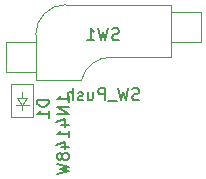
<source format=gbr>
%TF.GenerationSoftware,KiCad,Pcbnew,9.0.5*%
%TF.CreationDate,2025-10-09T16:36:40+08:00*%
%TF.ProjectId,snowshoe-mx,736e6f77-7368-46f6-952d-6d782e6b6963,rev?*%
%TF.SameCoordinates,Original*%
%TF.FileFunction,AssemblyDrawing,Bot*%
%FSLAX46Y46*%
G04 Gerber Fmt 4.6, Leading zero omitted, Abs format (unit mm)*
G04 Created by KiCad (PCBNEW 9.0.5) date 2025-10-09 16:36:40*
%MOMM*%
%LPD*%
G01*
G04 APERTURE LIST*
%ADD10C,0.150000*%
%ADD11C,0.120000*%
%ADD12C,0.100000*%
G04 APERTURE END LIST*
D10*
X105698332Y-60962200D02*
X105555475Y-61009819D01*
X105555475Y-61009819D02*
X105317380Y-61009819D01*
X105317380Y-61009819D02*
X105222142Y-60962200D01*
X105222142Y-60962200D02*
X105174523Y-60914580D01*
X105174523Y-60914580D02*
X105126904Y-60819342D01*
X105126904Y-60819342D02*
X105126904Y-60724104D01*
X105126904Y-60724104D02*
X105174523Y-60628866D01*
X105174523Y-60628866D02*
X105222142Y-60581247D01*
X105222142Y-60581247D02*
X105317380Y-60533628D01*
X105317380Y-60533628D02*
X105507856Y-60486009D01*
X105507856Y-60486009D02*
X105603094Y-60438390D01*
X105603094Y-60438390D02*
X105650713Y-60390771D01*
X105650713Y-60390771D02*
X105698332Y-60295533D01*
X105698332Y-60295533D02*
X105698332Y-60200295D01*
X105698332Y-60200295D02*
X105650713Y-60105057D01*
X105650713Y-60105057D02*
X105603094Y-60057438D01*
X105603094Y-60057438D02*
X105507856Y-60009819D01*
X105507856Y-60009819D02*
X105269761Y-60009819D01*
X105269761Y-60009819D02*
X105126904Y-60057438D01*
X104793570Y-60009819D02*
X104555475Y-61009819D01*
X104555475Y-61009819D02*
X104364999Y-60295533D01*
X104364999Y-60295533D02*
X104174523Y-61009819D01*
X104174523Y-61009819D02*
X103936428Y-60009819D01*
X103031666Y-61009819D02*
X103603094Y-61009819D01*
X103317380Y-61009819D02*
X103317380Y-60009819D01*
X103317380Y-60009819D02*
X103412618Y-60152676D01*
X103412618Y-60152676D02*
X103507856Y-60247914D01*
X103507856Y-60247914D02*
X103603094Y-60295533D01*
X107412618Y-66042200D02*
X107269761Y-66089819D01*
X107269761Y-66089819D02*
X107031666Y-66089819D01*
X107031666Y-66089819D02*
X106936428Y-66042200D01*
X106936428Y-66042200D02*
X106888809Y-65994580D01*
X106888809Y-65994580D02*
X106841190Y-65899342D01*
X106841190Y-65899342D02*
X106841190Y-65804104D01*
X106841190Y-65804104D02*
X106888809Y-65708866D01*
X106888809Y-65708866D02*
X106936428Y-65661247D01*
X106936428Y-65661247D02*
X107031666Y-65613628D01*
X107031666Y-65613628D02*
X107222142Y-65566009D01*
X107222142Y-65566009D02*
X107317380Y-65518390D01*
X107317380Y-65518390D02*
X107364999Y-65470771D01*
X107364999Y-65470771D02*
X107412618Y-65375533D01*
X107412618Y-65375533D02*
X107412618Y-65280295D01*
X107412618Y-65280295D02*
X107364999Y-65185057D01*
X107364999Y-65185057D02*
X107317380Y-65137438D01*
X107317380Y-65137438D02*
X107222142Y-65089819D01*
X107222142Y-65089819D02*
X106984047Y-65089819D01*
X106984047Y-65089819D02*
X106841190Y-65137438D01*
X106507856Y-65089819D02*
X106269761Y-66089819D01*
X106269761Y-66089819D02*
X106079285Y-65375533D01*
X106079285Y-65375533D02*
X105888809Y-66089819D01*
X105888809Y-66089819D02*
X105650714Y-65089819D01*
X105507857Y-66185057D02*
X104745952Y-66185057D01*
X104507856Y-66089819D02*
X104507856Y-65089819D01*
X104507856Y-65089819D02*
X104126904Y-65089819D01*
X104126904Y-65089819D02*
X104031666Y-65137438D01*
X104031666Y-65137438D02*
X103984047Y-65185057D01*
X103984047Y-65185057D02*
X103936428Y-65280295D01*
X103936428Y-65280295D02*
X103936428Y-65423152D01*
X103936428Y-65423152D02*
X103984047Y-65518390D01*
X103984047Y-65518390D02*
X104031666Y-65566009D01*
X104031666Y-65566009D02*
X104126904Y-65613628D01*
X104126904Y-65613628D02*
X104507856Y-65613628D01*
X103079285Y-65423152D02*
X103079285Y-66089819D01*
X103507856Y-65423152D02*
X103507856Y-65946961D01*
X103507856Y-65946961D02*
X103460237Y-66042200D01*
X103460237Y-66042200D02*
X103364999Y-66089819D01*
X103364999Y-66089819D02*
X103222142Y-66089819D01*
X103222142Y-66089819D02*
X103126904Y-66042200D01*
X103126904Y-66042200D02*
X103079285Y-65994580D01*
X102650713Y-66042200D02*
X102555475Y-66089819D01*
X102555475Y-66089819D02*
X102364999Y-66089819D01*
X102364999Y-66089819D02*
X102269761Y-66042200D01*
X102269761Y-66042200D02*
X102222142Y-65946961D01*
X102222142Y-65946961D02*
X102222142Y-65899342D01*
X102222142Y-65899342D02*
X102269761Y-65804104D01*
X102269761Y-65804104D02*
X102364999Y-65756485D01*
X102364999Y-65756485D02*
X102507856Y-65756485D01*
X102507856Y-65756485D02*
X102603094Y-65708866D01*
X102603094Y-65708866D02*
X102650713Y-65613628D01*
X102650713Y-65613628D02*
X102650713Y-65566009D01*
X102650713Y-65566009D02*
X102603094Y-65470771D01*
X102603094Y-65470771D02*
X102507856Y-65423152D01*
X102507856Y-65423152D02*
X102364999Y-65423152D01*
X102364999Y-65423152D02*
X102269761Y-65470771D01*
X101793570Y-66089819D02*
X101793570Y-65089819D01*
X101364999Y-66089819D02*
X101364999Y-65566009D01*
X101364999Y-65566009D02*
X101412618Y-65470771D01*
X101412618Y-65470771D02*
X101507856Y-65423152D01*
X101507856Y-65423152D02*
X101650713Y-65423152D01*
X101650713Y-65423152D02*
X101745951Y-65470771D01*
X101745951Y-65470771D02*
X101793570Y-65518390D01*
X101454819Y-66285714D02*
X101454819Y-65714286D01*
X101454819Y-66000000D02*
X100454819Y-66000000D01*
X100454819Y-66000000D02*
X100597676Y-65904762D01*
X100597676Y-65904762D02*
X100692914Y-65809524D01*
X100692914Y-65809524D02*
X100740533Y-65714286D01*
X101454819Y-66714286D02*
X100454819Y-66714286D01*
X100454819Y-66714286D02*
X101454819Y-67285714D01*
X101454819Y-67285714D02*
X100454819Y-67285714D01*
X100788152Y-68190476D02*
X101454819Y-68190476D01*
X100407200Y-67952381D02*
X101121485Y-67714286D01*
X101121485Y-67714286D02*
X101121485Y-68333333D01*
X101454819Y-69238095D02*
X101454819Y-68666667D01*
X101454819Y-68952381D02*
X100454819Y-68952381D01*
X100454819Y-68952381D02*
X100597676Y-68857143D01*
X100597676Y-68857143D02*
X100692914Y-68761905D01*
X100692914Y-68761905D02*
X100740533Y-68666667D01*
X100788152Y-70095238D02*
X101454819Y-70095238D01*
X100407200Y-69857143D02*
X101121485Y-69619048D01*
X101121485Y-69619048D02*
X101121485Y-70238095D01*
X100883390Y-70761905D02*
X100835771Y-70666667D01*
X100835771Y-70666667D02*
X100788152Y-70619048D01*
X100788152Y-70619048D02*
X100692914Y-70571429D01*
X100692914Y-70571429D02*
X100645295Y-70571429D01*
X100645295Y-70571429D02*
X100550057Y-70619048D01*
X100550057Y-70619048D02*
X100502438Y-70666667D01*
X100502438Y-70666667D02*
X100454819Y-70761905D01*
X100454819Y-70761905D02*
X100454819Y-70952381D01*
X100454819Y-70952381D02*
X100502438Y-71047619D01*
X100502438Y-71047619D02*
X100550057Y-71095238D01*
X100550057Y-71095238D02*
X100645295Y-71142857D01*
X100645295Y-71142857D02*
X100692914Y-71142857D01*
X100692914Y-71142857D02*
X100788152Y-71095238D01*
X100788152Y-71095238D02*
X100835771Y-71047619D01*
X100835771Y-71047619D02*
X100883390Y-70952381D01*
X100883390Y-70952381D02*
X100883390Y-70761905D01*
X100883390Y-70761905D02*
X100931009Y-70666667D01*
X100931009Y-70666667D02*
X100978628Y-70619048D01*
X100978628Y-70619048D02*
X101073866Y-70571429D01*
X101073866Y-70571429D02*
X101264342Y-70571429D01*
X101264342Y-70571429D02*
X101359580Y-70619048D01*
X101359580Y-70619048D02*
X101407200Y-70666667D01*
X101407200Y-70666667D02*
X101454819Y-70761905D01*
X101454819Y-70761905D02*
X101454819Y-70952381D01*
X101454819Y-70952381D02*
X101407200Y-71047619D01*
X101407200Y-71047619D02*
X101359580Y-71095238D01*
X101359580Y-71095238D02*
X101264342Y-71142857D01*
X101264342Y-71142857D02*
X101073866Y-71142857D01*
X101073866Y-71142857D02*
X100978628Y-71095238D01*
X100978628Y-71095238D02*
X100931009Y-71047619D01*
X100931009Y-71047619D02*
X100883390Y-70952381D01*
X100454819Y-71476191D02*
X101454819Y-71714286D01*
X101454819Y-71714286D02*
X100740533Y-71904762D01*
X100740533Y-71904762D02*
X101454819Y-72095238D01*
X101454819Y-72095238D02*
X100454819Y-72333334D01*
X99754819Y-66061905D02*
X98754819Y-66061905D01*
X98754819Y-66061905D02*
X98754819Y-66300000D01*
X98754819Y-66300000D02*
X98802438Y-66442857D01*
X98802438Y-66442857D02*
X98897676Y-66538095D01*
X98897676Y-66538095D02*
X98992914Y-66585714D01*
X98992914Y-66585714D02*
X99183390Y-66633333D01*
X99183390Y-66633333D02*
X99326247Y-66633333D01*
X99326247Y-66633333D02*
X99516723Y-66585714D01*
X99516723Y-66585714D02*
X99611961Y-66538095D01*
X99611961Y-66538095D02*
X99707200Y-66442857D01*
X99707200Y-66442857D02*
X99754819Y-66300000D01*
X99754819Y-66300000D02*
X99754819Y-66061905D01*
X99754819Y-67585714D02*
X99754819Y-67014286D01*
X99754819Y-67300000D02*
X98754819Y-67300000D01*
X98754819Y-67300000D02*
X98897676Y-67204762D01*
X98897676Y-67204762D02*
X98992914Y-67109524D01*
X98992914Y-67109524D02*
X99040533Y-67014286D01*
D11*
%TO.C,SW1*%
X96110000Y-61190000D02*
X98650000Y-61190000D01*
X96110000Y-63730000D02*
X96110000Y-61190000D01*
X98650000Y-63730000D02*
X96110000Y-63730000D01*
X98650000Y-64365000D02*
X98650000Y-60555000D01*
X98650000Y-64365000D02*
X102460000Y-64365000D01*
X101190000Y-58015000D02*
X110080000Y-58015000D01*
X110080000Y-58015000D02*
X110080000Y-62460000D01*
X110080000Y-58650000D02*
X112620000Y-58650000D01*
X110080000Y-62460000D02*
X105000000Y-62460000D01*
X112620000Y-58650000D02*
X112620000Y-61190000D01*
X112620000Y-61190000D02*
X110080000Y-61190000D01*
X98650000Y-60555000D02*
G75*
G02*
X101190000Y-58015000I2540001J-1D01*
G01*
X102535838Y-64383960D02*
G75*
G02*
X105000000Y-62459999I2464162J-616039D01*
G01*
D12*
%TO.C,D1*%
X96600000Y-64750000D02*
X96600000Y-67550000D01*
X96600000Y-67550000D02*
X98400000Y-67550000D01*
X97100000Y-65900000D02*
X97500000Y-66500000D01*
X97500000Y-65900000D02*
X97500000Y-65400000D01*
X97500000Y-66500000D02*
X96950000Y-66500000D01*
X97500000Y-66500000D02*
X97900000Y-65900000D01*
X97500000Y-66500000D02*
X98050000Y-66500000D01*
X97500000Y-66900000D02*
X97500000Y-66500000D01*
X97900000Y-65900000D02*
X97100000Y-65900000D01*
X98400000Y-64750000D02*
X96600000Y-64750000D01*
X98400000Y-67550000D02*
X98400000Y-64750000D01*
%TD*%
M02*

</source>
